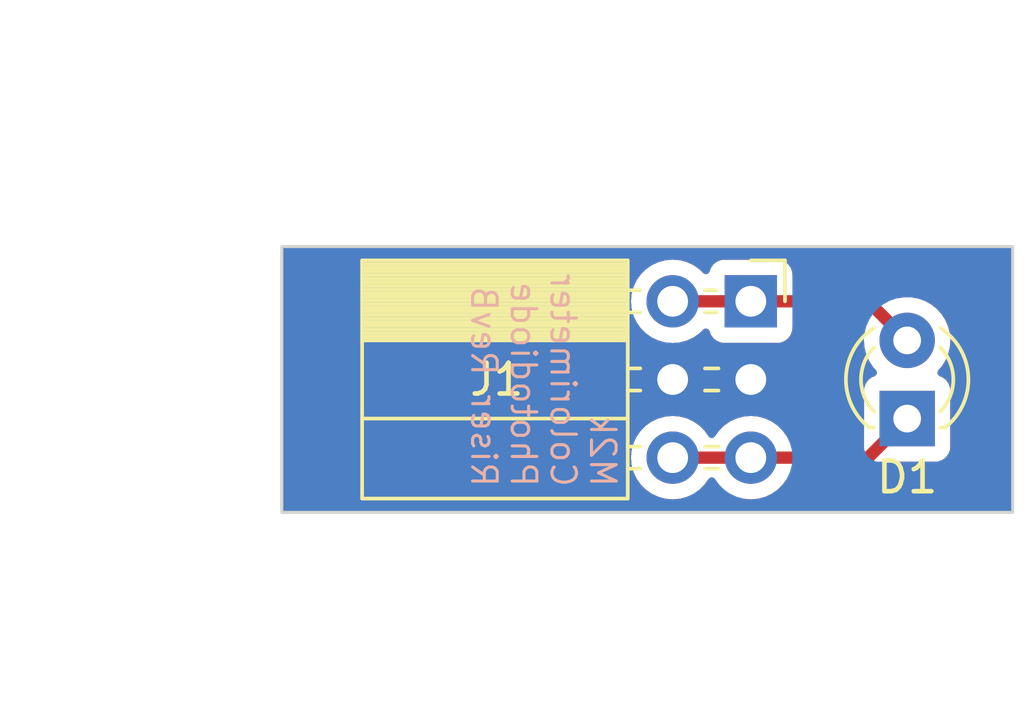
<source format=kicad_pcb>
(kicad_pcb (version 20221018) (generator pcbnew)
  (layers (0 "F.Cu" signal) (31 "B.Cu" signal) (34 "B.Paste" user) (35 "F.Paste" user) (36 "B.SilkS" user "B.Silkscreen") (37 "F.SilkS" user "F.Silkscreen") (38 "B.Mask" user) (39 "F.Mask" user) (44 "Edge.Cuts" user))
  (net 0 "")
  (net 1 "Net-(D1-K)")
  (net 2 "Net-(D1-A)")
  (net 3 "GND")
  (footprint "LED_THT:LED_D3.0mm_Clear" (layer "F.Cu") (at 147.574 82.55 90)
    (fp_text reference "D1" (at -1.905 0 180) (layer "F.SilkS"))
    (fp_text value "D_Photo")
    (fp_line (start -0.29 -1.236) (end -0.29 -1.08) (stroke (width 0.12)) (layer "F.SilkS"))
    (fp_line (start -0.29 1.08) (end -0.29 1.236) (stroke (width 0.12)) (layer "F.SilkS"))
    (fp_arc (start -0.29 -1.235516) (mid 1.366487 -1.987659) (end 2.942335 -1.078608) (stroke (width 0.12)) (layer "F.SilkS"))
    (fp_arc (start 0.229039 -1.08) (mid 1.270117 -1.5) (end 2.31113 -1.079837) (stroke (width 0.12)) (layer "F.SilkS"))
    (fp_arc (start 2.31113 1.079837) (mid 1.270117 1.5) (end 0.229039 1.08) (stroke (width 0.12)) (layer "F.SilkS"))
    (fp_arc (start 2.942335 1.078608) (mid 1.366487 1.987659) (end -0.29 1.235516) (stroke (width 0.12)) (layer "F.SilkS"))
    (pad "1" thru_hole rect (at 0 0 90) (size 1.8 1.8) (drill 0.9) (layers "*.Cu" "*.Mask") (net 1 "Net-(D1-K)"))
    (pad "2" thru_hole circle (at 2.54 0 90) (size 1.8 1.8) (drill 0.9) (layers "*.Cu" "*.Mask") (net 2 "Net-(D1-A)"))
  )
  (footprint "Connector_PinSocket_2.54mm:PinSocket_2x03_P2.54mm_Horizontal" (layer "F.Cu") (at 142.494 78.74)
    (fp_text reference "J1" (at -8.255 2.54) (layer "F.SilkS"))
    (fp_text value "Conn_02x03_Counter_Clockwise")
    (fp_line (start -12.63 -1.33) (end -12.63 6.41) (stroke (width 0.12)) (layer "F.SilkS"))
    (fp_line (start -12.63 -1.33) (end -4 -1.33) (stroke (width 0.12)) (layer "F.SilkS"))
    (fp_line (start -12.63 -1.21) (end -4 -1.21) (stroke (width 0.12)) (layer "F.SilkS"))
    (fp_line (start -12.63 -1.091905) (end -4 -1.091905) (stroke (width 0.12)) (layer "F.SilkS"))
    (fp_line (start -12.63 -0.97381) (end -4 -0.97381) (stroke (width 0.12)) (layer "F.SilkS"))
    (fp_line (start -12.63 -0.855715) (end -4 -0.855715) (stroke (width 0.12)) (layer "F.SilkS"))
    (fp_line (start -12.63 -0.73762) (end -4 -0.73762) (stroke (width 0.12)) (layer "F.SilkS"))
    (fp_line (start -12.63 -0.619525) (end -4 -0.619525) (stroke (width 0.12)) (layer "F.SilkS"))
    (fp_line (start -12.63 -0.50143) (end -4 -0.50143) (stroke (width 0.12)) (layer "F.SilkS"))
    (fp_line (start -12.63 -0.383335) (end -4 -0.383335) (stroke (width 0.12)) (layer "F.SilkS"))
    (fp_line (start -12.63 -0.26524) (end -4 -0.26524) (stroke (width 0.12)) (layer "F.SilkS"))
    (fp_line (start -12.63 -0.147145) (end -4 -0.147145) (stroke (width 0.12)) (layer "F.SilkS"))
    (fp_line (start -12.63 -0.02905) (end -4 -0.02905) (stroke (width 0.12)) (layer "F.SilkS"))
    (fp_line (start -12.63 0.089045) (end -4 0.089045) (stroke (width 0.12)) (layer "F.SilkS"))
    (fp_line (start -12.63 0.20714) (end -4 0.20714) (stroke (width 0.12)) (layer "F.SilkS"))
    (fp_line (start -12.63 0.325235) (end -4 0.325235) (stroke (width 0.12)) (layer "F.SilkS"))
    (fp_line (start -12.63 0.44333) (end -4 0.44333) (stroke (width 0.12)) (layer "F.SilkS"))
    (fp_line (start -12.63 0.561425) (end -4 0.561425) (stroke (width 0.12)) (layer "F.SilkS"))
    (fp_line (start -12.63 0.67952) (end -4 0.67952) (stroke (width 0.12)) (layer "F.SilkS"))
    (fp_line (start -12.63 0.797615) (end -4 0.797615) (stroke (width 0.12)) (layer "F.SilkS"))
    (fp_line (start -12.63 0.91571) (end -4 0.91571) (stroke (width 0.12)) (layer "F.SilkS"))
    (fp_line (start -12.63 1.033805) (end -4 1.033805) (stroke (width 0.12)) (layer "F.SilkS"))
    (fp_line (start -12.63 1.1519) (end -4 1.1519) (stroke (width 0.12)) (layer "F.SilkS"))
    (fp_line (start -12.63 1.27) (end -4 1.27) (stroke (width 0.12)) (layer "F.SilkS"))
    (fp_line (start -12.63 3.81) (end -4 3.81) (stroke (width 0.12)) (layer "F.SilkS"))
    (fp_line (start -12.63 6.41) (end -4 6.41) (stroke (width 0.12)) (layer "F.SilkS"))
    (fp_line (start -4 -1.33) (end -4 6.41) (stroke (width 0.12)) (layer "F.SilkS"))
    (fp_line (start -4 -0.36) (end -3.59 -0.36) (stroke (width 0.12)) (layer "F.SilkS"))
    (fp_line (start -4 0.36) (end -3.59 0.36) (stroke (width 0.12)) (layer "F.SilkS"))
    (fp_line (start -4 2.18) (end -3.59 2.18) (stroke (width 0.12)) (layer "F.SilkS"))
    (fp_line (start -4 2.9) (end -3.59 2.9) (stroke (width 0.12)) (layer "F.SilkS"))
    (fp_line (start -4 4.72) (end -3.59 4.72) (stroke (width 0.12)) (layer "F.SilkS"))
    (fp_line (start -4 5.44) (end -3.59 5.44) (stroke (width 0.12)) (layer "F.SilkS"))
    (fp_line (start -1.49 -0.36) (end -1.11 -0.36) (stroke (width 0.12)) (layer "F.SilkS"))
    (fp_line (start -1.49 0.36) (end -1.11 0.36) (stroke (width 0.12)) (layer "F.SilkS"))
    (fp_line (start -1.49 2.18) (end -1.05 2.18) (stroke (width 0.12)) (layer "F.SilkS"))
    (fp_line (start -1.49 2.9) (end -1.05 2.9) (stroke (width 0.12)) (layer "F.SilkS"))
    (fp_line (start -1.49 4.72) (end -1.05 4.72) (stroke (width 0.12)) (layer "F.SilkS"))
    (fp_line (start -1.49 5.44) (end -1.05 5.44) (stroke (width 0.12)) (layer "F.SilkS"))
    (fp_line (start 0 -1.33) (end 1.11 -1.33) (stroke (width 0.12)) (layer "F.SilkS"))
    (fp_line (start 1.11 -1.33) (end 1.11 0) (stroke (width 0.12)) (layer "F.SilkS"))
    (pad "1" thru_hole oval (at -2.54 0) (size 1.7 1.7) (drill 1) (layers "*.Cu" "*.Mask") (net 2 "Net-(D1-A)"))
    (pad "1" thru_hole rect (at 0 0) (size 1.7 1.7) (drill 1) (layers "*.Cu" "*.Mask") (net 2 "Net-(D1-A)"))
    (pad "2" thru_hole oval (at -2.54 2.54) (size 1.7 1.7) (drill 1) (layers "*.Cu" "*.Mask") (net 3 "GND"))
    (pad "2" thru_hole oval (at 0 2.54) (size 1.7 1.7) (drill 1) (layers "*.Cu" "*.Mask") (net 3 "GND"))
    (pad "3" thru_hole oval (at -2.54 5.08) (size 1.7 1.7) (drill 1) (layers "*.Cu" "*.Mask") (net 1 "Net-(D1-K)"))
    (pad "3" thru_hole oval (at 0 5.08) (size 1.7 1.7) (drill 1) (layers "*.Cu" "*.Mask") (net 1 "Net-(D1-K)"))
  )
  (gr_rect (start 127.254 76.962) (end 151.003 85.598) (stroke (width 0.1)) (fill none) (layer "Edge.Cuts"))
  (gr_text "M2k\nColorimeter\nPhotodiode\nRiser RevB" (at 133.35 84.836 270) (layer "B.SilkS") (effects (font (size 0.8 0.8) (thickness 0.1)) (justify left bottom mirror)))
  (segment (start 146.304 83.82) (end 147.574 82.55) (width 0.4) (layer "F.Cu") (net 1))
  (segment (start 139.954 83.82) (end 146.304 83.82) (width 0.4) (layer "F.Cu") (net 1))
  (segment (start 146.304 78.74) (end 147.574 80.01) (width 0.4) (layer "F.Cu") (net 2))
  (segment (start 139.954 78.74) (end 146.304 78.74) (width 0.4) (layer "F.Cu") (net 2))
  (zone (net 3) (net_name "GND") (layers "F&B.Cu") (connect_pads yes (clearance 0.5)) (min_thickness 0.25) (fill yes (thermal_gap 0.5) (thermal_bridge_width 0.5))
    (polygon (pts (xy 127 76.708) (xy 151.257 76.708) (xy 151.257 85.852) (xy 127 85.852)))
  )
)
</source>
